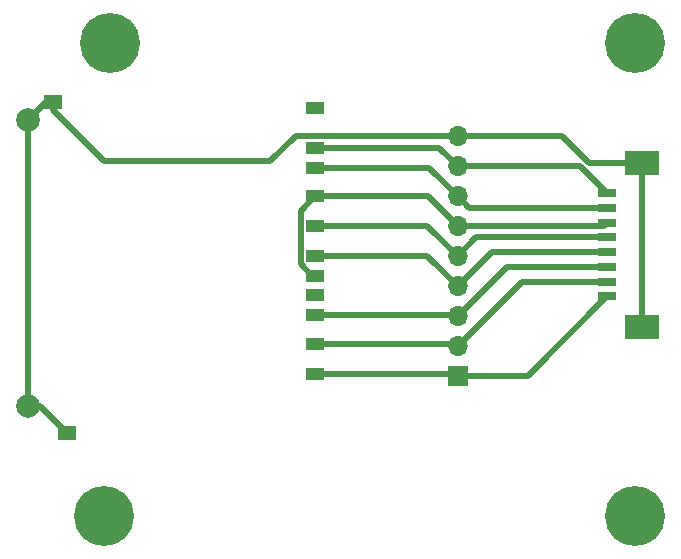
<source format=gbr>
%TF.GenerationSoftware,KiCad,Pcbnew,(5.1.9)-1*%
%TF.CreationDate,2021-02-11T17:43:00-05:00*%
%TF.ProjectId,SD_Card,53445f43-6172-4642-9e6b-696361645f70,rev?*%
%TF.SameCoordinates,Original*%
%TF.FileFunction,Copper,L1,Top*%
%TF.FilePolarity,Positive*%
%FSLAX46Y46*%
G04 Gerber Fmt 4.6, Leading zero omitted, Abs format (unit mm)*
G04 Created by KiCad (PCBNEW (5.1.9)-1) date 2021-02-11 17:43:00*
%MOMM*%
%LPD*%
G01*
G04 APERTURE LIST*
%TA.AperFunction,ComponentPad*%
%ADD10C,5.080000*%
%TD*%
%TA.AperFunction,SMDPad,CuDef*%
%ADD11R,1.600000X0.800000*%
%TD*%
%TA.AperFunction,SMDPad,CuDef*%
%ADD12R,3.000000X2.100000*%
%TD*%
%TA.AperFunction,SMDPad,CuDef*%
%ADD13R,1.524000X1.000000*%
%TD*%
%TA.AperFunction,SMDPad,CuDef*%
%ADD14R,1.524000X1.300000*%
%TD*%
%TA.AperFunction,ComponentPad*%
%ADD15C,2.000000*%
%TD*%
%TA.AperFunction,ComponentPad*%
%ADD16R,1.700000X1.700000*%
%TD*%
%TA.AperFunction,ComponentPad*%
%ADD17O,1.700000X1.700000*%
%TD*%
%TA.AperFunction,Conductor*%
%ADD18C,0.500000*%
%TD*%
G04 APERTURE END LIST*
D10*
%TO.P,REF\u002A\u002A,1*%
%TO.N,N/C*%
X125000000Y-135000000D03*
%TD*%
%TO.P,REF\u002A\u002A,1*%
%TO.N,N/C*%
X170000000Y-135000000D03*
%TD*%
%TO.P,REF\u002A\u002A,1*%
%TO.N,N/C*%
X170000000Y-95000000D03*
%TD*%
%TO.P,REF\u002A\u002A,1*%
%TO.N,N/C*%
X125500000Y-95000000D03*
%TD*%
D11*
%TO.P,J2,8*%
%TO.N,/DAT1*%
X167619000Y-107686000D03*
%TO.P,J2,7*%
%TO.N,/DAT0*%
X167619000Y-108936000D03*
%TO.P,J2,6*%
%TO.N,/VSS*%
X167619000Y-110186000D03*
%TO.P,J2,5*%
%TO.N,/CLK*%
X167619000Y-111436000D03*
%TO.P,J2,4*%
%TO.N,/VDD*%
X167619000Y-112686000D03*
%TO.P,J2,3*%
%TO.N,/CMD*%
X167619000Y-113936000D03*
%TO.P,J2,2*%
%TO.N,/DAT3CD*%
X167619000Y-115186000D03*
%TO.P,J2,1*%
%TO.N,/DAT2*%
X167619000Y-116436000D03*
D12*
%TO.P,J2,9*%
%TO.N,/SHIELD*%
X170519000Y-105136000D03*
X170519000Y-118986000D03*
%TD*%
D13*
%TO.P,J1,1*%
%TO.N,/DAT3CD*%
X142875000Y-120475000D03*
%TO.P,J1,2*%
%TO.N,/CMD*%
X142875000Y-117975000D03*
%TO.P,J1,9*%
%TO.N,/DAT2*%
X142875000Y-122975000D03*
%TO.P,J1,10*%
%TO.N,Net-(J1-Pad10)*%
X142875000Y-116325000D03*
%TO.P,J1,3*%
%TO.N,/VSS*%
X142875000Y-114675000D03*
%TO.P,J1,4*%
%TO.N,/VDD*%
X142875000Y-112975000D03*
%TO.P,J1,5*%
%TO.N,/CLK*%
X142875000Y-110475000D03*
%TO.P,J1,6*%
%TO.N,/VSS*%
X142875000Y-107975000D03*
%TO.P,J1,7*%
%TO.N,/DAT0*%
X142875000Y-105550000D03*
%TO.P,J1,11*%
%TO.N,Net-(J1-Pad11)*%
X142875000Y-100500000D03*
%TO.P,J1,8*%
%TO.N,/DAT1*%
X142875000Y-103850000D03*
D14*
%TO.P,J1,12*%
%TO.N,/SHIELD*%
X121875000Y-128000000D03*
D15*
%TO.P,J1,13*%
X118575000Y-125700000D03*
X118575000Y-101500000D03*
D14*
%TO.P,J1,12*%
X120675000Y-100000000D03*
%TD*%
D16*
%TO.P,J3,1*%
%TO.N,/DAT2*%
X154940000Y-123190000D03*
D17*
%TO.P,J3,2*%
%TO.N,/DAT3CD*%
X154940000Y-120650000D03*
%TO.P,J3,3*%
%TO.N,/CMD*%
X154940000Y-118110000D03*
%TO.P,J3,4*%
%TO.N,/VDD*%
X154940000Y-115570000D03*
%TO.P,J3,5*%
%TO.N,/CLK*%
X154940000Y-113030000D03*
%TO.P,J3,6*%
%TO.N,/VSS*%
X154940000Y-110490000D03*
%TO.P,J3,7*%
%TO.N,/DAT0*%
X154940000Y-107950000D03*
%TO.P,J3,8*%
%TO.N,/DAT1*%
X154940000Y-105410000D03*
%TO.P,J3,9*%
%TO.N,/SHIELD*%
X154940000Y-102870000D03*
%TD*%
D18*
%TO.N,/DAT3CD*%
X154765000Y-120475000D02*
X154940000Y-120650000D01*
X142875000Y-120475000D02*
X154765000Y-120475000D01*
X160404000Y-115186000D02*
X167619000Y-115186000D01*
X154940000Y-120650000D02*
X160404000Y-115186000D01*
%TO.N,/CMD*%
X154805000Y-117975000D02*
X154940000Y-118110000D01*
X142875000Y-117975000D02*
X154805000Y-117975000D01*
X159114000Y-113936000D02*
X167619000Y-113936000D01*
X154940000Y-118110000D02*
X159114000Y-113936000D01*
%TO.N,/DAT2*%
X154725000Y-122975000D02*
X154940000Y-123190000D01*
X142875000Y-122975000D02*
X154725000Y-122975000D01*
X160865000Y-123190000D02*
X167619000Y-116436000D01*
X154940000Y-123190000D02*
X160865000Y-123190000D01*
%TO.N,/VSS*%
X152425000Y-107975000D02*
X154940000Y-110490000D01*
X142875000Y-107975000D02*
X152425000Y-107975000D01*
X141662999Y-109187001D02*
X142875000Y-107975000D01*
X141662999Y-113724999D02*
X141662999Y-109187001D01*
X142613000Y-114675000D02*
X141662999Y-113724999D01*
X142875000Y-114675000D02*
X142613000Y-114675000D01*
X167315000Y-110490000D02*
X167619000Y-110186000D01*
X154940000Y-110490000D02*
X167315000Y-110490000D01*
%TO.N,/VDD*%
X152345000Y-112975000D02*
X154940000Y-115570000D01*
X142875000Y-112975000D02*
X152345000Y-112975000D01*
X157824000Y-112686000D02*
X167619000Y-112686000D01*
X154940000Y-115570000D02*
X157824000Y-112686000D01*
%TO.N,/CLK*%
X152385000Y-110475000D02*
X154940000Y-113030000D01*
X142875000Y-110475000D02*
X152385000Y-110475000D01*
X156534000Y-111436000D02*
X167619000Y-111436000D01*
X154940000Y-113030000D02*
X156534000Y-111436000D01*
%TO.N,/DAT0*%
X152540000Y-105550000D02*
X154940000Y-107950000D01*
X142875000Y-105550000D02*
X152540000Y-105550000D01*
X155926000Y-108936000D02*
X167619000Y-108936000D01*
X154940000Y-107950000D02*
X155926000Y-108936000D01*
%TO.N,/DAT1*%
X153380000Y-103850000D02*
X154940000Y-105410000D01*
X142875000Y-103850000D02*
X153380000Y-103850000D01*
X165343000Y-105410000D02*
X167619000Y-107686000D01*
X154940000Y-105410000D02*
X165343000Y-105410000D01*
%TO.N,/SHIELD*%
X170519000Y-105136000D02*
X170519000Y-118986000D01*
X163792962Y-102870000D02*
X154940000Y-102870000D01*
X166058962Y-105136000D02*
X163792962Y-102870000D01*
X170519000Y-105136000D02*
X166058962Y-105136000D01*
X120075000Y-100000000D02*
X118575000Y-101500000D01*
X120675000Y-100000000D02*
X120075000Y-100000000D01*
X118575000Y-101500000D02*
X118575000Y-125700000D01*
X119575000Y-125700000D02*
X121875000Y-128000000D01*
X118575000Y-125700000D02*
X119575000Y-125700000D01*
X120675000Y-100000000D02*
X120675000Y-100675000D01*
X120675000Y-100675000D02*
X125000000Y-105000000D01*
X125000000Y-105000000D02*
X139100000Y-105000000D01*
X141230000Y-102870000D02*
X154940000Y-102870000D01*
X139100000Y-105000000D02*
X141230000Y-102870000D01*
%TD*%
M02*

</source>
